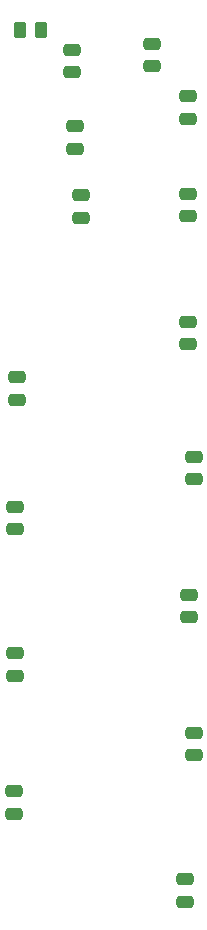
<source format=gbp>
%TF.GenerationSoftware,KiCad,Pcbnew,8.0.7*%
%TF.CreationDate,2025-01-04T14:08:15+02:00*%
%TF.ProjectId,HCP65 Instruction Code,48435036-3520-4496-9e73-747275637469,V0*%
%TF.SameCoordinates,Original*%
%TF.FileFunction,Paste,Bot*%
%TF.FilePolarity,Positive*%
%FSLAX46Y46*%
G04 Gerber Fmt 4.6, Leading zero omitted, Abs format (unit mm)*
G04 Created by KiCad (PCBNEW 8.0.7) date 2025-01-04 14:08:15*
%MOMM*%
%LPD*%
G01*
G04 APERTURE LIST*
G04 Aperture macros list*
%AMRoundRect*
0 Rectangle with rounded corners*
0 $1 Rounding radius*
0 $2 $3 $4 $5 $6 $7 $8 $9 X,Y pos of 4 corners*
0 Add a 4 corners polygon primitive as box body*
4,1,4,$2,$3,$4,$5,$6,$7,$8,$9,$2,$3,0*
0 Add four circle primitives for the rounded corners*
1,1,$1+$1,$2,$3*
1,1,$1+$1,$4,$5*
1,1,$1+$1,$6,$7*
1,1,$1+$1,$8,$9*
0 Add four rect primitives between the rounded corners*
20,1,$1+$1,$2,$3,$4,$5,0*
20,1,$1+$1,$4,$5,$6,$7,0*
20,1,$1+$1,$6,$7,$8,$9,0*
20,1,$1+$1,$8,$9,$2,$3,0*%
G04 Aperture macros list end*
%ADD10RoundRect,0.250000X0.475000X-0.250000X0.475000X0.250000X-0.475000X0.250000X-0.475000X-0.250000X0*%
%ADD11RoundRect,0.250000X-0.262500X-0.450000X0.262500X-0.450000X0.262500X0.450000X-0.262500X0.450000X0*%
G04 APERTURE END LIST*
D10*
%TO.C,C14*%
X18923000Y-4871000D03*
X18923000Y-2971000D03*
%TD*%
%TO.C,C12*%
X18923000Y-23957607D03*
X18923000Y-22057607D03*
%TD*%
%TO.C,C4*%
X19405600Y-35387607D03*
X19405600Y-33487607D03*
%TD*%
%TO.C,C7*%
X15875000Y-426000D03*
X15875000Y1474000D03*
%TD*%
%TO.C,C11*%
X18669000Y-71165000D03*
X18669000Y-69265000D03*
%TD*%
%TO.C,C17*%
X4318000Y-39592800D03*
X4318000Y-37692800D03*
%TD*%
%TO.C,C16*%
X4165600Y-63708607D03*
X4165600Y-61808607D03*
%TD*%
%TO.C,C5*%
X4318000Y-52024607D03*
X4318000Y-50124607D03*
%TD*%
D11*
%TO.C,R1*%
X4675500Y2657000D03*
X6500500Y2657000D03*
%TD*%
D10*
%TO.C,C8*%
X18923000Y-13126000D03*
X18923000Y-11226000D03*
%TD*%
%TO.C,C15*%
X4445000Y-28656607D03*
X4445000Y-26756607D03*
%TD*%
%TO.C,C2*%
X19431000Y-58755607D03*
X19431000Y-56855607D03*
%TD*%
%TO.C,C13*%
X9398000Y-7411000D03*
X9398000Y-5511000D03*
%TD*%
%TO.C,C1*%
X9906000Y-13227600D03*
X9906000Y-11327600D03*
%TD*%
%TO.C,C3*%
X19050000Y-47071607D03*
X19050000Y-45171607D03*
%TD*%
%TO.C,C6*%
X9144000Y-934000D03*
X9144000Y966000D03*
%TD*%
M02*

</source>
